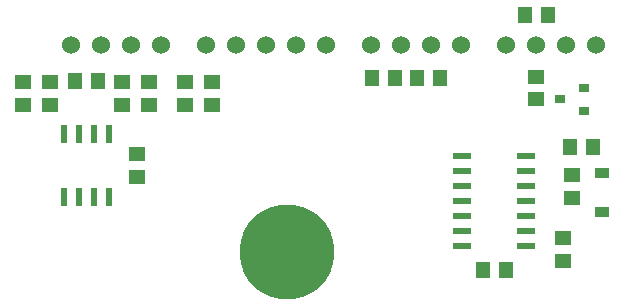
<source format=gbr>
G04 #@! TF.GenerationSoftware,KiCad,Pcbnew,(5.0.0-rc2-dev-586-g888c43477)*
G04 #@! TF.CreationDate,2018-06-03T12:09:19-03:00*
G04 #@! TF.ProjectId,Signal,5369676E616C2E6B696361645F706362,rev?*
G04 #@! TF.SameCoordinates,Original*
G04 #@! TF.FileFunction,Soldermask,Bot*
G04 #@! TF.FilePolarity,Negative*
%FSLAX46Y46*%
G04 Gerber Fmt 4.6, Leading zero omitted, Abs format (unit mm)*
G04 Created by KiCad (PCBNEW (5.0.0-rc2-dev-586-g888c43477)) date 06/03/18 12:09:19*
%MOMM*%
%LPD*%
G01*
G04 APERTURE LIST*
%ADD10R,1.400000X1.295000*%
%ADD11C,8.000000*%
%ADD12C,0.900000*%
%ADD13R,0.600000X1.550000*%
%ADD14R,1.295000X1.400000*%
%ADD15R,0.900000X0.800000*%
%ADD16C,1.524000*%
%ADD17R,1.200000X0.900000*%
%ADD18R,1.500000X0.600000*%
G04 APERTURE END LIST*
D10*
X34036000Y-23416500D03*
X34036000Y-25351500D03*
X25654000Y-23416500D03*
X25654000Y-25351500D03*
X36322000Y-25351500D03*
X36322000Y-23416500D03*
X27940000Y-25351500D03*
X27940000Y-23416500D03*
X35306000Y-31447500D03*
X35306000Y-29512500D03*
X39370000Y-23416500D03*
X39370000Y-25351500D03*
D11*
X48006000Y-37846000D03*
D12*
X51006000Y-37846000D03*
X50127320Y-39967320D03*
X48006000Y-40846000D03*
X45884680Y-39967320D03*
X45006000Y-37846000D03*
X45884680Y-35724680D03*
X48006000Y-34846000D03*
X50127320Y-35724680D03*
D13*
X29083000Y-27780000D03*
X30353000Y-27780000D03*
X31623000Y-27780000D03*
X32893000Y-27780000D03*
X32893000Y-33180000D03*
X31623000Y-33180000D03*
X30353000Y-33180000D03*
X29083000Y-33180000D03*
D10*
X41656000Y-25351500D03*
X41656000Y-23416500D03*
D14*
X31955500Y-23368000D03*
X30020500Y-23368000D03*
D15*
X73136000Y-23942000D03*
X73136000Y-25842000D03*
X71136000Y-24892000D03*
D16*
X71628000Y-20320000D03*
X69088000Y-20320000D03*
X66548000Y-20320000D03*
X62738000Y-20320000D03*
X60198000Y-20320000D03*
X57658000Y-20320000D03*
X55118000Y-20320000D03*
X51308000Y-20320000D03*
X48768000Y-20320000D03*
X46228000Y-20320000D03*
X43688000Y-20320000D03*
X41148000Y-20320000D03*
X37338000Y-20320000D03*
X34798000Y-20320000D03*
X32258000Y-20320000D03*
X29718000Y-20320000D03*
X74168000Y-20320000D03*
D10*
X72136000Y-33225500D03*
X72136000Y-31290500D03*
D14*
X64564500Y-39370000D03*
X66499500Y-39370000D03*
D17*
X74676000Y-31116000D03*
X74676000Y-34416000D03*
D10*
X71374000Y-36624500D03*
X71374000Y-38559500D03*
D14*
X68120500Y-17780000D03*
X70055500Y-17780000D03*
X71930500Y-28956000D03*
X73865500Y-28956000D03*
D10*
X69088000Y-24892000D03*
X69088000Y-22957000D03*
D14*
X58976500Y-23114000D03*
X60911500Y-23114000D03*
X57101500Y-23114000D03*
X55166500Y-23114000D03*
D18*
X62832000Y-37338000D03*
X62832000Y-36068000D03*
X62832000Y-34798000D03*
X62832000Y-33528000D03*
X62832000Y-32258000D03*
X62832000Y-30988000D03*
X62832000Y-29718000D03*
X68232000Y-29718000D03*
X68232000Y-30988000D03*
X68232000Y-32258000D03*
X68232000Y-33528000D03*
X68232000Y-34798000D03*
X68232000Y-36068000D03*
X68232000Y-37338000D03*
M02*

</source>
